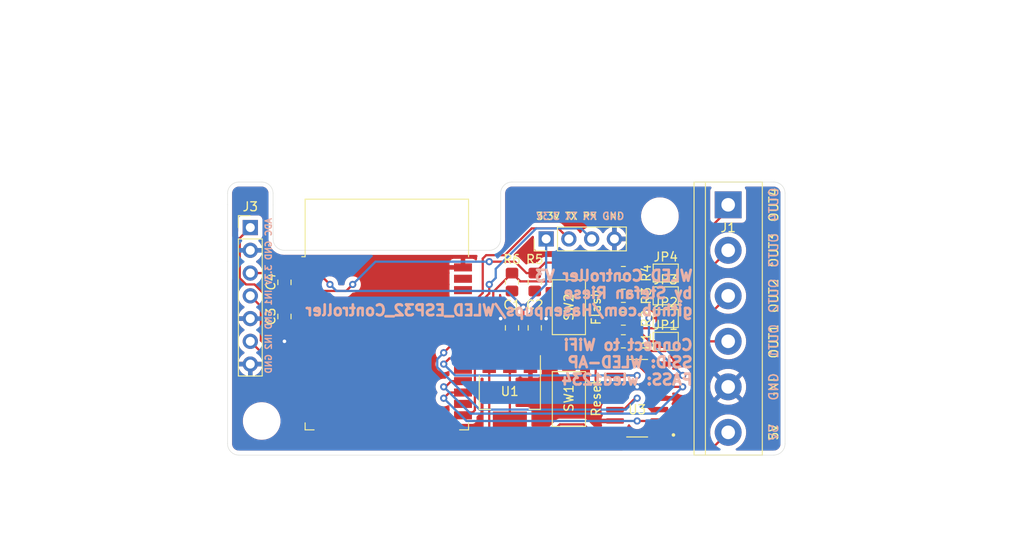
<source format=kicad_pcb>
(kicad_pcb (version 20211014) (generator pcbnew)
  (layers (0 "F.Cu" signal) (31 "B.Cu" signal) (34 "B.Paste" user) (35 "F.Paste" user) (36 "B.SilkS" user "B.Silkscreen") (37 "F.SilkS" user "F.Silkscreen") (38 "B.Mask" user) (39 "F.Mask" user) (44 "Edge.Cuts" user))
  (net 0 "")
  (net 1 "GND")
  (net 2 "+3.3V")
  (net 3 "TX0")
  (net 4 "RX0")
  (net 5 "+5V")
  (net 6 "OUT4")
  (net 7 "OUT3")
  (net 8 "OUT2")
  (net 9 "OUT1")
  (net 10 "Net-(J1-Pad4)")
  (net 11 "Net-(J1-Pad3)")
  (net 12 "DATA1")
  (net 13 "DATA2")
  (net 14 "DATA3")
  (net 15 "DATA4")
  (net 16 "Net-(R6-Pad2)")
  (net 17 "Net-(J1-Pad1)")
  (net 18 "Net-(J1-Pad2)")
  (net 19 "IN2")
  (net 20 "IN1")
  (net 21 "ADC1")
  (net 22 "Net-(R5-Pad2)")
  (footprint "MountingHole:MountingHole_3.2mm_M3_DIN965" (layer "F.Cu") (at 135.89 96.52)
    (fp_text reference "H2" hide)
    (fp_text value "MountingHole")
    (pad "" np_thru_hole circle locked (at 0 0) (size 3.2 3.2) (drill 3.2) (layers *.Cu *.Mask))
  )
  (footprint "MountingHole:MountingHole_3.2mm_M3_DIN965" (layer "F.Cu") (at 91.44 119.38)
    (fp_text reference "H1" hide)
    (fp_text value "MountingHole")
    (pad "" np_thru_hole circle locked (at 0 0) (size 3.2 3.2) (drill 3.2) (layers *.Cu *.Mask))
  )
  (footprint "Package_TO_SOT_SMD:SOT-223-3_TabPin2" (layer "F.Cu") (at 119.14 116.18 -90)
    (fp_text reference "U1" (at -0.102 0.014 180) (layer "F.SilkS"))
    (fp_text value "AMS1117-3.3")
    (fp_line (start 1.91 3.41) (end 1.91 2.15) (layer "F.SilkS") (width 0.12))
    (fp_line (start -1.85 3.41) (end 1.91 3.41) (layer "F.SilkS") (width 0.12))
    (fp_line (start 1.91 -3.41) (end 1.91 -2.15) (layer "F.SilkS") (width 0.12))
    (fp_line (start -4.1 -3.41) (end 1.91 -3.41) (layer "F.SilkS") (width 0.12))
    (pad "1" smd rect locked (at -3.15 -2.3 270) (size 2 1.5) (layers "F.Cu" "F.Paste" "F.Mask") (net 1 "GND"))
    (pad "2" smd rect locked (at 3.15 0 270) (size 2 3.8) (layers "F.Cu" "F.Paste" "F.Mask") (net 2 "+3.3V"))
    (pad "2" smd rect locked (at -3.15 0 270) (size 2 1.5) (layers "F.Cu" "F.Paste" "F.Mask") (net 2 "+3.3V"))
    (pad "3" smd rect locked (at -3.15 2.3 270) (size 2 1.5) (layers "F.Cu" "F.Paste" "F.Mask") (net 5 "+5V"))
  )
  (footprint "Capacitor_SMD:C_0805_2012Metric_Pad1.18x1.45mm_HandSolder" (layer "F.Cu") (at 121.92 108.9875 90)
    (fp_text reference "C2" (at 2.5615 0 180) (layer "F.SilkS"))
    (fp_text value "47µ")
    (fp_line (start -0.261252 -0.735) (end 0.261252 -0.735) (layer "F.SilkS") (width 0.12))
    (fp_line (start -0.261252 0.735) (end 0.261252 0.735) (layer "F.SilkS") (width 0.12))
    (pad "1" smd roundrect locked (at -1.0375 0 90) (size 1.175 1.45) (layers "F.Cu" "F.Paste" "F.Mask") (roundrect_rratio 0.2127659574) (net 2 "+3.3V"))
    (pad "2" smd roundrect locked (at 1.0375 0 90) (size 1.175 1.45) (layers "F.Cu" "F.Paste" "F.Mask") (roundrect_rratio 0.2127659574) (net 1 "GND"))
  )
  (footprint "Resistor_SMD:R_0805_2012Metric_Pad1.20x1.40mm_HandSolder" (layer "F.Cu") (at 121.92 103.87 90)
    (fp_text reference "R5" (at 2.524 0 180) (layer "F.SilkS"))
    (fp_text value "10K")
    (fp_line (start -0.227064 0.735) (end 0.227064 0.735) (layer "F.SilkS") (width 0.12))
    (fp_line (start -0.227064 -0.735) (end 0.227064 -0.735) (layer "F.SilkS") (width 0.12))
    (pad "1" smd roundrect locked (at -1 0 90) (size 1.2 1.4) (layers "F.Cu" "F.Paste" "F.Mask") (roundrect_rratio 0.2083325) (net 2 "+3.3V"))
    (pad "2" smd roundrect locked (at 1 0 90) (size 1.2 1.4) (layers "F.Cu" "F.Paste" "F.Mask") (roundrect_rratio 0.2083325) (net 22 "Net-(R5-Pad2)"))
  )
  (footprint "Capacitor_SMD:C_0805_2012Metric_Pad1.18x1.45mm_HandSolder" (layer "F.Cu") (at 93.98 107.7175 90)
    (fp_text reference "C3" (at 0 -1.524 90) (layer "F.SilkS"))
    (fp_text value "10µ")
    (fp_line (start -0.261252 -0.735) (end 0.261252 -0.735) (layer "F.SilkS") (width 0.12))
    (fp_line (start -0.261252 0.735) (end 0.261252 0.735) (layer "F.SilkS") (width 0.12))
    (pad "1" smd roundrect locked (at -1.0375 0 90) (size 1.175 1.45) (layers "F.Cu" "F.Paste" "F.Mask") (roundrect_rratio 0.2127659574) (net 1 "GND"))
    (pad "2" smd roundrect locked (at 1.0375 0 90) (size 1.175 1.45) (layers "F.Cu" "F.Paste" "F.Mask") (roundrect_rratio 0.2127659574) (net 2 "+3.3V"))
  )
  (footprint "Capacitor_SMD:C_0805_2012Metric_Pad1.18x1.45mm_HandSolder" (layer "F.Cu") (at 93.98 103.9075 -90)
    (fp_text reference "C4" (at -0.0215 1.524 90) (layer "F.SilkS") (effects (font (thickness 0.15) italic)))
    (fp_text value "100n")
    (fp_line (start -0.261252 0.735) (end 0.261252 0.735) (layer "F.SilkS") (width 0.12))
    (fp_line (start -0.261252 -0.735) (end 0.261252 -0.735) (layer "F.SilkS") (width 0.12))
    (pad "1" smd roundrect locked (at -1.0375 0 270) (size 1.175 1.45) (layers "F.Cu" "F.Paste" "F.Mask") (roundrect_rratio 0.2127659574) (net 1 "GND"))
    (pad "2" smd roundrect locked (at 1.0375 0 270) (size 1.175 1.45) (layers "F.Cu" "F.Paste" "F.Mask") (roundrect_rratio 0.2127659574) (net 2 "+3.3V"))
  )
  (footprint "Connector_PinHeader_2.54mm:PinHeader_1x04_P2.54mm_Vertical" (layer "F.Cu") (at 123.19 99.06 90)
    (fp_text reference "J2" hide)
    (fp_text value "Conn_01x04_Female")
    (fp_line (start 1.33 1.27) (end 1.33 8.95) (layer "F.SilkS") (width 0.12))
    (fp_line (start -1.33 8.95) (end 1.33 8.95) (layer "F.SilkS") (width 0.12))
    (fp_line (start -1.33 -1.33) (end 0 -1.33) (layer "F.SilkS") (width 0.12))
    (fp_line (start -1.33 0) (end -1.33 -1.33) (layer "F.SilkS") (width 0.12))
    (fp_line (start -1.33 1.27) (end -1.33 8.95) (layer "F.SilkS") (width 0.12))
    (fp_line (start -1.33 1.27) (end 1.33 1.27) (layer "F.SilkS") (width 0.12))
    (pad "1" thru_hole rect locked (at 0 0 90) (size 1.7 1.7) (drill 1) (layers *.Cu *.Mask) (net 2 "+3.3V"))
    (pad "2" thru_hole oval locked (at 0 2.54 90) (size 1.7 1.7) (drill 1) (layers *.Cu *.Mask) (net 3 "TX0"))
    (pad "3" thru_hole oval locked (at 0 5.08 90) (size 1.7 1.7) (drill 1) (layers *.Cu *.Mask) (net 4 "RX0"))
    (pad "4" thru_hole oval locked (at 0 7.62 90) (size 1.7 1.7) (drill 1) (layers *.Cu *.Mask) (net 1 "GND"))
  )
  (footprint "Button_Switch_SMD:SW_SPST_CK_RS282G05A3" (layer "F.Cu") (at 125.73 116.93 90)
    (fp_text reference "SW1" (at 0.09 0 90) (layer "F.SilkS"))
    (fp_text value "Reset" (at 0.09 3.04 270) (layer "F.SilkS"))
    (fp_line (start 3.06 1.85) (end -3.06 1.85) (layer "F.SilkS") (width 0.12))
    (fp_line (start -3.06 -1.85) (end 3.06 -1.85) (layer "F.SilkS") (width 0.12))
    (fp_line (start -3.06 1.85) (end -3.06 -1.85) (layer "F.SilkS") (width 0.12))
    (fp_line (start 3.06 -1.85) (end 3.06 1.85) (layer "F.SilkS") (width 0.12))
    (pad "1" smd rect locked (at -3.9 0 90) (size 1.5 1.5) (layers "F.Cu" "F.Paste" "F.Mask") (net 1 "GND"))
    (pad "2" smd rect locked (at 3.9 0 90) (size 1.5 1.5) (layers "F.Cu" "F.Paste" "F.Mask") (net 22 "Net-(R5-Pad2)"))
  )
  (footprint "WLED_ESP32:SOIC127P600X175-14N" (layer "F.Cu") (at 133.35 116.84 180)
    (fp_text reference "U3" (at 0 -1.27 180) (layer "F.SilkS"))
    (fp_text value "SN74AHCT125D")
    (fp_line (start -1.17 -4.325) (end 1.17 -4.325) (layer "F.SilkS") (width 0.127))
    (fp_line (start -1.17 4.325) (end 1.17 4.325) (layer "F.SilkS") (width 0.127))
    (fp_circle (center -4.05 -4.1) (end -3.95 -4.1) (layer "F.SilkS") (width 0.2) (fill none))
    (pad "1" smd roundrect locked (at -2.475 -3.81 180) (size 1.97 0.6) (layers "F.Cu" "F.Paste" "F.Mask") (roundrect_rratio 0.15) (net 1 "GND"))
    (pad "2" smd roundrect locked (at -2.475 -2.54 180) (size 1.97 0.6) (layers "F.Cu" "F.Paste" "F.Mask") (roundrect_rratio 0.15) (net 12 "DATA1"))
    (pad "3" smd roundrect locked (at -2.475 -1.27 180) (size 1.97 0.6) (layers "F.Cu" "F.Paste" "F.Mask") (roundrect_rratio 0.15) (net 9 "OUT1"))
    (pad "4" smd roundrect locked (at -2.475 0 180) (size 1.97 0.6) (layers "F.Cu" "F.Paste" "F.Mask") (roundrect_rratio 0.15) (net 1 "GND"))
    (pad "5" smd roundrect locked (at -2.475 1.27 180) (size 1.97 0.6) (layers "F.Cu" "F.Paste" "F.Mask") (roundrect_rratio 0.15) (net 13 "DATA2"))
    (pad "6" smd roundrect locked (at -2.475 2.54 180) (size 1.97 0.6) (layers "F.Cu" "F.Paste" "F.Mask") (roundrect_rratio 0.15) (net 8 "OUT2"))
    (pad "7" smd roundrect locked (at -2.475 3.81 180) (size 1.97 0.6) (layers "F.Cu" "F.Paste" "F.Mask") (roundrect_rratio 0.15) (net 1 "GND"))
    (pad "8" smd roundrect locked (at 2.475 3.81 180) (size 1.97 0.6) (layers "F.Cu" "F.Paste" "F.Mask") (roundrect_rratio 0.15) (net 7 "OUT3"))
    (pad "9" smd roundrect locked (at 2.475 2.54 180) (size 1.97 0.6) (layers "F.Cu" "F.Paste" "F.Mask") (roundrect_rratio 0.15) (net 14 "DATA3"))
    (pad "10" smd roundrect locked (at 2.475 1.27 180) (size 1.97 0.6) (layers "F.Cu" "F.Paste" "F.Mask") (roundrect_rratio 0.15) (net 1 "GND"))
    (pad "11" smd roundrect locked (at 2.475 0 180) (size 1.97 0.6) (layers "F.Cu" "F.Paste" "F.Mask") (roundrect_rratio 0.15) (net 6 "OUT4"))
    (pad "12" smd roundrect locked (at 2.475 -1.27 180) (size 1.97 0.6) (layers "F.Cu" "F.Paste" "F.Mask") (roundrect_rratio 0.15) (net 15 "DATA4"))
    (pad "13" smd roundrect locked (at 2.475 -2.54 180) (size 1.97 0.6) (layers "F.Cu" "F.Paste" "F.Mask") (roundrect_rratio 0.15) (net 1 "GND"))
    (pad "14" smd roundrect locked (at 2.475 -3.81 180) (size 1.97 0.6) (layers "F.Cu" "F.Paste" "F.Mask") (roundrect_rratio 0.15) (net 5 "+5V"))
  )
  (footprint "Jumper:SolderJumper-2_P1.3mm_Open_Pad1.0x1.5mm" (layer "F.Cu") (at 136.54 110.49)
    (fp_text reference "JP1" (at 0 -1.8) (layer "F.SilkS"))
    (fp_text value "SolderJumper_2_Open")
    (fp_line (start 1.4 1) (end -1.4 1) (layer "F.SilkS") (width 0.12))
    (fp_line (start -1.4 1) (end -1.4 -1) (layer "F.SilkS") (width 0.12))
    (fp_line (start -1.4 -1) (end 1.4 -1) (layer "F.SilkS") (width 0.12))
    (fp_line (start 1.4 -1) (end 1.4 1) (layer "F.SilkS") (width 0.12))
    (pad "1" smd rect (at -0.65 0) (size 1 1.5) (layers "F.Cu" "F.Mask") (net 9 "OUT1"))
    (pad "2" smd rect (at 0.65 0) (size 1 1.5) (layers "F.Cu" "F.Mask") (net 10 "Net-(J1-Pad4)"))
  )
  (footprint "Jumper:SolderJumper-2_P1.3mm_Open_Pad1.0x1.5mm" (layer "F.Cu") (at 136.54 107.95)
    (fp_text reference "JP2" (at 0 -1.8) (layer "F.SilkS"))
    (fp_text value "SolderJumper_2_Open")
    (fp_line (start -1.4 -1) (end 1.4 -1) (layer "F.SilkS") (width 0.12))
    (fp_line (start -1.4 1) (end -1.4 -1) (layer "F.SilkS") (width 0.12))
    (fp_line (start 1.4 -1) (end 1.4 1) (layer "F.SilkS") (width 0.12))
    (fp_line (start 1.4 1) (end -1.4 1) (layer "F.SilkS") (width 0.12))
    (pad "1" smd rect (at -0.65 0) (size 1 1.5) (layers "F.Cu" "F.Mask") (net 8 "OUT2"))
    (pad "2" smd rect (at 0.65 0) (size 1 1.5) (layers "F.Cu" "F.Mask") (net 11 "Net-(J1-Pad3)"))
  )
  (footprint "Resistor_SMD:R_0805_2012Metric_Pad1.20x1.40mm_HandSolder" (layer "F.Cu") (at 131.81 110.49)
    (fp_text reference "R1" (at 2.56 0 90) (layer "F.SilkS"))
    (fp_text value "330")
    (fp_line (start -0.227064 0.735) (end 0.227064 0.735) (layer "F.SilkS") (width 0.12))
    (fp_line (start -0.227064 -0.735) (end 0.227064 -0.735) (layer "F.SilkS") (width 0.12))
    (pad "1" smd roundrect locked (at -1 0) (size 1.2 1.4) (layers "F.Cu" "F.Paste" "F.Mask") (roundrect_rratio 0.2083325) (net 9 "OUT1"))
    (pad "2" smd roundrect locked (at 1 0) (size 1.2 1.4) (layers "F.Cu" "F.Paste" "F.Mask") (roundrect_rratio 0.2083325) (net 10 "Net-(J1-Pad4)"))
  )
  (footprint "Resistor_SMD:R_0805_2012Metric_Pad1.20x1.40mm_HandSolder" (layer "F.Cu") (at 131.81 107.95)
    (fp_text reference "R2" (at 2.56 0 90) (layer "F.SilkS"))
    (fp_text value "330")
    (fp_line (start -0.227064 0.735) (end 0.227064 0.735) (layer "F.SilkS") (width 0.12))
    (fp_line (start -0.227064 -0.735) (end 0.227064 -0.735) (layer "F.SilkS") (width 0.12))
    (pad "1" smd roundrect locked (at -1 0) (size 1.2 1.4) (layers "F.Cu" "F.Paste" "F.Mask") (roundrect_rratio 0.2083325) (net 8 "OUT2"))
    (pad "2" smd roundrect locked (at 1 0) (size 1.2 1.4) (layers "F.Cu" "F.Paste" "F.Mask") (roundrect_rratio 0.2083325) (net 11 "Net-(J1-Pad3)"))
  )
  (footprint "Resistor_SMD:R_0805_2012Metric_Pad1.20x1.40mm_HandSolder" (layer "F.Cu") (at 131.81 105.41)
    (fp_text reference "R3" (at 2.56 0 90) (layer "F.SilkS"))
    (fp_text value "330")
    (fp_line (start -0.227064 -0.735) (end 0.227064 -0.735) (layer "F.SilkS") (width 0.12))
    (fp_line (start -0.227064 0.735) (end 0.227064 0.735) (layer "F.SilkS") (width 0.12))
    (pad "1" smd roundrect locked (at -1 0) (size 1.2 1.4) (layers "F.Cu" "F.Paste" "F.Mask") (roundrect_rratio 0.2083325) (net 7 "OUT3"))
    (pad "2" smd roundrect locked (at 1 0) (size 1.2 1.4) (layers "F.Cu" "F.Paste" "F.Mask") (roundrect_rratio 0.2083325) (net 18 "Net-(J1-Pad2)"))
  )
  (footprint "Resistor_SMD:R_0805_2012Metric_Pad1.20x1.40mm_HandSolder" (layer "F.Cu") (at 131.81 102.87)
    (fp_text reference "R4" (at 2.56 0 90) (layer "F.SilkS"))
    (fp_text value "330")
    (fp_line (start -0.227064 -0.735) (end 0.227064 -0.735) (layer "F.SilkS") (width 0.12))
    (fp_line (start -0.227064 0.735) (end 0.227064 0.735) (layer "F.SilkS") (width 0.12))
    (pad "1" smd roundrect locked (at -1 0) (size 1.2 1.4) (layers "F.Cu" "F.Paste" "F.Mask") (roundrect_rratio 0.2083325) (net 6 "OUT4"))
    (pad "2" smd roundrect locked (at 1 0) (size 1.2 1.4) (layers "F.Cu" "F.Paste" "F.Mask") (roundrect_rratio 0.2083325) (net 17 "Net-(J1-Pad1)"))
  )
  (footprint "Jumper:SolderJumper-2_P1.3mm_Open_Pad1.0x1.5mm" (layer "F.Cu") (at 136.54 105.41)
    (fp_text reference "JP3" (at 0 -1.8) (layer "F.SilkS"))
    (fp_text value "SolderJumper_2_Open")
    (fp_line (start -1.4 1) (end -1.4 -1) (layer "F.SilkS") (width 0.12))
    (fp_line (start -1.4 -1) (end 1.4 -1) (layer "F.SilkS") (width 0.12))
    (fp_line (start 1.4 1) (end -1.4 1) (layer "F.SilkS") (width 0.12))
    (fp_line (start 1.4 -1) (end 1.4 1) (layer "F.SilkS") (width 0.12))
    (pad "1" smd rect (at -0.65 0) (size 1 1.5) (layers "F.Cu" "F.Mask") (net 7 "OUT3"))
    (pad "2" smd rect (at 0.65 0) (size 1 1.5) (layers "F.Cu" "F.Mask") (net 18 "Net-(J1-Pad2)"))
  )
  (footprint "Jumper:SolderJumper-2_P1.3mm_Open_Pad1.0x1.5mm" (layer "F.Cu") (at 136.54 102.87)
    (fp_text reference "JP4" (at 0 -1.8) (layer "F.SilkS"))
    (fp_text value "SolderJumper_2_Open")
    (fp_line (start -1.4 -1) (end 1.4 -1) (layer "F.SilkS") (width 0.12))
    (fp_line (start 1.4 1) (end -1.4 1) (layer "F.SilkS") (width 0.12))
    (fp_line (start 1.4 -1) (end 1.4 1) (layer "F.SilkS") (width 0.12))
    (fp_line (start -1.4 1) (end -1.4 -1) (layer "F.SilkS") (width 0.12))
    (pad "1" smd rect (at -0.65 0) (size 1 1.5) (layers "F.Cu" "F.Mask") (net 6 "OUT4"))
    (pad "2" smd rect (at 0.65 0) (size 1 1.5) (layers "F.Cu" "F.Mask") (net 17 "Net-(J1-Pad1)"))
  )
  (footprint "Resistor_SMD:R_0805_2012Metric_Pad1.20x1.40mm_HandSolder" (layer "F.Cu") (at 119.38 103.87 90)
    (fp_text reference "R6" (at 2.524 0 180) (layer "F.SilkS"))
    (fp_text value "10K")
    (fp_line (start -0.227064 -0.735) (end 0.227064 -0.735) (layer "F.SilkS") (width 0.12))
    (fp_line (start -0.227064 0.735) (end 0.227064 0.735) (layer "F.SilkS") (width 0.12))
    (pad "1" smd roundrect locked (at -1 0 90) (size 1.2 1.4) (layers "F.Cu" "F.Paste" "F.Mask") (roundrect_rratio 0.2083325) (net 2 "+3.3V"))
    (pad "2" smd roundrect locked (at 1 0 90) (size 1.2 1.4) (layers "F.Cu" "F.Paste" "F.Mask") (roundrect_rratio 0.2083325) (net 16 "Net-(R6-Pad2)"))
  )
  (footprint "Capacitor_SMD:C_0805_2012Metric_Pad1.18x1.45mm_HandSolder" (layer "F.Cu") (at 119.38 108.9875 90)
    (fp_text reference "C1" (at 2.5615 0 180) (layer "F.SilkS"))
    (fp_text value "10µ")
    (fp_line (start -0.261252 0.735) (end 0.261252 0.735) (layer "F.SilkS") (width 0.12))
    (fp_line (start -0.261252 -0.735) (end 0.261252 -0.735) (layer "F.SilkS") (width 0.12))
    (pad "1" smd roundrect locked (at -1.0375 0 90) (size 1.175 1.45) (layers "F.Cu" "F.Paste" "F.Mask") (roundrect_rratio 0.2127659574) (net 5 "+5V"))
    (pad "2" smd roundrect locked (at 1.0375 0 90) (size 1.175 1.45) (layers "F.Cu" "F.Paste" "F.Mask") (roundrect_rratio 0.2127659574) (net 1 "GND"))
  )
  (footprint "Button_Switch_SMD:SW_SPST_CK_RS282G05A3" (layer "F.Cu") (at 125.73 106.68 90)
    (fp_text reference "SW2" (at 0 0 90) (layer "F.SilkS"))
    (fp_text value "Flash" (at 0 3.04 270) (layer "F.SilkS"))
    (fp_line (start 3.06 -1.85) (end 3.06 1.85) (layer "F.SilkS") (width 0.12))
    (fp_line (start 3.06 1.85) (end -3.06 1.85) (layer "F.SilkS") (width 0.12))
    (fp_line (start -3.06 -1.85) (end 3.06 -1.85) (layer "F.SilkS") (width 0.12))
    (fp_line (start -3.06 1.85) (end -3.06 -1.85) (layer "F.SilkS") (width 0.12))
    (pad "1" smd rect locked (at -3.9 0 90) (size 1.5 1.5) (layers "F.Cu" "F.Paste" "F.Mask") (net 1 "GND"))
    (pad "2" smd rect locked (at 3.9 0 90) (size 1.5 1.5) (layers "F.Cu" "F.Paste" "F.Mask") (net 16 "Net-(R6-Pad2)"))
  )
  (footprint "Connector_PinHeader_2.54mm:PinHeader_1x07_P2.54mm_Vertical" (layer "F.Cu") (at 90.17 97.79)
    (fp_text reference "J3" (at 0 -2.33) (layer "F.SilkS"))
    (fp_text value "Conn_01x07_Female")
    (fp_line (start 1.33 1.27) (end 1.33 16.57) (layer "F.SilkS") (width 0.12))
    (fp_line (start -1.33 1.27) (end 1.33 1.27) (layer "F.SilkS") (width 0.12))
    (fp_line (start -1.33 16.57) (end 1.33 16.57) (layer "F.SilkS") (width 0.12))
    (fp_line (start -1.33 0) (end -1.33 -1.33) (layer "F.SilkS") (width 0.12))
    (fp_line (start -1.33 1.27) (end -1.33 16.57) (layer "F.SilkS") (width 0.12))
    (fp_line (start -1.33 -1.33) (end 0 -1.33) (layer "F.SilkS") (width 0.12))
    (pad "1" thru_hole rect locked (at 0 0) (size 1.7 1.7) (drill 1) (layers *.Cu *.Mask) (net 21 "ADC1"))
    (pad "2" thru_hole oval locked (at 0 2.54) (size 1.7 1.7) (drill 1) (layers *.Cu *.Mask) (net 1 "GND"))
    (pad "3" thru_hole oval locked (at 0 5.08) (size 1.7 1.7) (drill 1) (layers *.Cu *.Mask) (net 2 "+3.3V"))
    (pad "4" thru_hole oval locked (at 0 7.62) (size 1.7 1.7) (drill 1) (layers *.Cu *.Mask) (net 20 "IN1"))
    (pad "5" thru_hole oval locked (at 0 10.16) (size 1.7 1.7) (drill 1) (layers *.Cu *.Mask) (net 1 "GND"))
    (pad "6" thru_hole oval locked (at 0 12.7) (size 1.7 1.7) (drill 1) (layers *.Cu *.Mask) (net 19 "IN2"))
    (pad "7" thru_hole oval locked (at 0 15.24) (size 1.7 1.7) (drill 1) (layers *.Cu *.Mask) (net 1 "GND"))
  )
  (footprint "RF_Module:ESP32-WROOM-32" (layer "F.Cu") (at 105.41 110.49)
    (fp_text reference "U2" hide)
    (fp_text value "ESP32-WROOM-32")
    (fp_line (start -9.12 -15.865) (end -9.12 -9.445) (layer "F.SilkS") (width 0.12))
    (fp_line (start -9.12 9.88) (end -8.12 9.88) (layer "F.SilkS") (width 0.12))
    (fp_line (start -9.12 9.1) (end -9.12 9.88) (layer "F.SilkS") (width 0.12))
    (fp_line (start -9.12 -9.445) (end -9.5 -9.445) (layer "F.SilkS") (width 0.12))
    (fp_line (start 9.12 9.1) (end 9.12 9.88) (layer "F.SilkS") (width 0.12))
    (fp_line (start -9.12 -15.865) (end 9.12 -15.865) (layer "F.SilkS") (width 0.12))
    (fp_line (start 9.12 -15.865) (end 9.12 -9.445) (layer "F.SilkS") (width 0.12))
    (fp_line (start 9.12 9.88) (end 8.12 9.88) (layer "F.SilkS") (width 0.12))
    (pad "1" smd rect locked (at -8.5 -8.255) (size 2 0.9) (layers "F.Cu" "F.Paste" "F.Mask") (net 1 "GND"))
    (pad "2" smd rect locked (at -8.5 -6.985) (size 2 0.9) (layers "F.Cu" "F.Paste" "F.Mask") (net 2 "+3.3V"))
    (pad "3" smd rect locked (at -8.5 -5.715) (size 2 0.9) (layers "F.Cu" "F.Paste" "F.Mask") (net 22 "Net-(R5-Pad2)"))
    (pad "4" smd rect locked (at -8.5 -4.445) (size 2 0.9) (layers "F.Cu" "F.Paste" "F.Mask") (net 21 "ADC1"))
    (pad "5" smd rect locked (at -8.5 -3.175) (size 2 0.9) (layers "F.Cu" "F.Paste" "F.Mask"))
    (pad "6" smd rect locked (at -8.5 -1.905) (size 2 0.9) (layers "F.Cu" "F.Paste" "F.Mask"))
    (pad "7" smd rect locked (at -8.5 -0.635) (size 2 0.9) (layers "F.Cu" "F.Paste" "F.Mask"))
    (pad "8" smd rect locked (at -8.5 0.635) (size 2 0.9) (layers "F.Cu" "F.Paste" "F.Mask"))
    (pad "9" smd rect locked (at -8.5 1.905) (size 2 0.9) (layers "F.Cu" "F.Paste" "F.Mask"))
    (pad "10" smd rect locked (at -8.5 3.175) (size 2 0.9) (layers "F.Cu" "F.Paste" "F.Mask"))
    (pad "11" smd rect locked (at -8.5 4.445) (size 2 0.9) (layers "F.Cu" "F.Paste" "F.Mask") (net 20 "IN1"))
    (pad "12" smd rect locked (at -8.5 5.715) (size 2 0.9) (layers "F.Cu" "F.Paste" "F.Mask") (net 19 "IN2"))
    (pad "13" smd rect locked (at -8.5 6.985) (size 2 0.9) (layers "F.Cu" "F.Paste" "F.Mask"))
    (pad "14" smd rect locked (at -8.5 8.255) (size 2 0.9) (layers "F.Cu" "F.Paste" "F.Mask"))
    (pad "15" smd rect locked (at -5.715 9.255 90) (size 2 0.9) (layers "F.Cu" "F.Paste" "F.Mask") (net 1 "GND"))
    (pad "16" smd rect locked (at -4.445 9.255 90) (size 2 0.9) (layers "F.Cu" "F.Paste" "F.Mask"))
    (pad "17" smd rect locked (at -3.175 9.255 90) (size 2 0.9) (layers "F.Cu" "F.Paste" "F.Mask"))
    (pad "18" smd rect locked (at -1.905 9.255 90) (size 2 0.9) (layers "F.Cu" "F.Paste" "F.Mask"))
    (pad "19" smd rect locked (at -0.635 9.255 90) (size 2 0.9) (layers "F.Cu" "F.Paste" "F.Mask"))
    (pad "20" smd rect locked (at 0.635 9.255 90) (size 2 0.9) (layers "F.Cu" "F.Paste" "F.Mask"))
    (pad "21" smd rect locked (at 1.905 9.255 90) (size 2 0.9) (layers "F.Cu" "F.Paste" "F.Mask"))
    (pad "22" smd rect locked (at 3.175 9.255 90) (size 2 0.9) (layers "F.Cu" "F.Paste" "F.Mask"))
    (pad "23" smd rect locked (at 4.445 9.255 90) (size 2 0.9) (layers "F.Cu" "F.Paste" "F.Mask"))
    (pad "24" smd rect locked (at 5.715 9.255 90) (size 2 0.9) (layers "F.Cu" "F.Paste" "F.Mask"))
    (pad "25" smd rect locked (at 8.5 8.255) (size 2 0.9) (layers "F.Cu" "F.Paste" "F.Mask") (net 16 "Net-(R6-Pad2)"))
    (pad "26" smd rect locked (at 8.5 6.985) (size 2 0.9) (layers "F.Cu" "F.Paste" "F.Mask"))
    (pad "27" smd rect locked (at 8.5 5.715) (size 2 0.9) (layers "F.Cu" "F.Paste" "F.Mask") (net 12 "DATA1"))
    (pad "28" smd rect locked (at 8.5 4.445) (size 2 0.9) (layers "F.Cu" "F.Paste" "F.Mask") (net 13 "DATA2"))
    (pad "29" smd rect locked (at 8.5 3.175) (size 2 0.9) (layers "F.Cu" "F.Paste" "F.Mask"))
    (pad "30" smd rect locked (at 8.5 1.905) (size 2 0.9) (layers "F.Cu" "F.Paste" "F.Mask") (net 14 "DATA3"))
    (pad "31" smd rect locked (at 8.5 0.635) (size 2 0.9) (layers "F.Cu" "F.Paste" "F.Mask") (net 15 "DATA4"))
    (pad "32" smd rect locked (at 8.5 -0.635) (size 2 0.9) (layers "F.Cu" "F.Paste" "F.Mask"))
    (pad "33" smd rect locked (at 8.5 -1.905) (size 2 0.9) (layers "F.Cu" "F.Paste" "F.Mask"))
    (pad "34" smd rect locked (at 8.5 -3.175) (size 2 0.9) (layers "F.Cu" "F.Paste" "F.Mask") (net 4 "RX0"))
    (pad "35" smd rect locked (at 8.5 -4.445) (size 2 0.9) (layers "F.Cu" "F.Paste" "F.Mask") (net 3 "TX0"))
    (pad "36" smd rect locked (at 8.5 -5.715) (size 2 0.9) (layers "F.Cu" "F.Paste" "F.Mask"))
    (pad "37" smd rect locked (at 8.5 -6.985) (size 2 0.9) (layers "F.Cu" "F.Paste" "F.Mask"))
    (pad "38" smd rect locked (at 8.5 -8.255) (size 2 0.9) (layers "F.Cu" "F.Paste" "F.Mask") (net 1 "GND"))
    (pad "39" smd rect locked (at -1 -0.755) (size 5 5) (layers "F.Cu" "F.Paste" "F.Mask") (net 1 "GND"))
  )
  (footprint "TerminalBlock:TerminalBlock_bornier-6_P5.08mm" (layer "F.Cu") (at 143.51 95.25 -90)
    (fp_text reference "J1" (at 2.54 0 180) (layer "F.SilkS"))
    (fp_text value "Conn_01x06_Female")
    (fp_line (start -2.54 3.81) (end 27.94 3.81) (layer "F.SilkS") (width 0.12))
    (fp_line (start -2.54 -3.81) (end 27.94 -3.81) (layer "F.SilkS") (width 0.12))
    (fp_line (start -2.54 -3.81) (end -2.54 3.81) (layer "F.SilkS") (width 0.12))
    (fp_line (start 27.94 3.81) (end 27.94 -3.81) (layer "F.SilkS") (width 0.12))
    (fp_line (start -2.54 2.54) (end 27.94 2.54) (layer "F.SilkS") (width 0.12))
    (pad "1" thru_hole rect locked (at 0 0 270) (size 3 3) (drill 1.52) (layers *.Cu *.Mask) (net 17 "Net-(J1-Pad1)"))
    (pad "2" thru_hole circle locked (at 5.08 0 270) (size 3 3) (drill 1.52) (layers *.Cu *.Mask) (net 18 "Net-(J1-Pad2)"))
    (pad "3" thru_hole circle locked (at 10.16 0 270) (size 3 3) (drill 1.52) (layers *.Cu *.Mask) (net 11 "Net-(J1-Pad3)"))
    (pad "4" thru_hole circle locked (at 15.24 0 270) (size 3 3) (drill 1.52) (layers *.Cu *.Mask) (net 10 "Net-(J1-Pad4)"))
    (pad "5" thru_hole circle locked (at 20.32 0 270) (size 3 3) (drill 1.52) (layers *.Cu *.Mask) (net 1 "GND"))
    (pad "6" thru_hole circle locked (at 25.4 0 270) (size 3 3) (drill 1.52) (layers *.Cu *.Mask) (net 5 "+5V"))
  )
  (gr_line (start 147.32 123.19) (end 148.59 123.19) (layer "Edge.Cuts") (width 0.05))
  (gr_line (start 149.86 93.98) (end 149.86 121.92) (layer "Edge.Cuts") (width 0.05))
  (gr_line (start 118.11 99.06) (end 118.11 93.98) (layer "Edge.Cuts") (width 0.05))
  (gr_line (start 87.63 95.25) (end 87.63 101.6) (layer "Edge.Cuts") (width 0.05))
  (gr_line (start 92.71 95.25) (end 92.71 99.06) (layer "Edge.Cuts") (width 0.05))
  (gr_line (start 88.9 92.71) (end 91.44 92.71) (layer "Edge.Cuts") (width 0.05))
  (gr_line (start 93.98 100.33) (end 116.84 100.33) (layer "Edge.Cuts") (width 0.05))
  (gr_line (start 119.38 92.71) (end 148.59 92.71) (layer "Edge.Cuts") (width 0.05))
  (gr_line (start 87.63 101.6) (end 87.63 121.92) (layer "Edge.Cuts") (width 0.05))
  (gr_line (start 87.63 93.98) (end 87.63 95.25) (layer "Edge.Cuts") (width 0.05))
  (gr_line (start 92.71 95.25) (end 92.71 93.98) (layer "Edge.Cuts") (width 0.05))
  (gr_arc (start 118.11 99.06) (mid 117.738026 99.958026) (end 116.84 100.33) (layer "Edge.Cuts") (width 0.05))
  (gr_arc (start 91.44 92.71) (mid 92.338026 93.081974) (end 92.71 93.98) (layer "Edge.Cuts") (width 0.05))
  (gr_line (start 88.9 123.19) (end 147.32 123.19) (layer "Edge.Cuts") (width 0.05))
  (gr_arc (start 93.98 100.33) (mid 93.081974 99.958026) (end 92.71 99.06) (layer "Edge.Cuts") (width 0.05))
  (gr_arc (start 87.63 93.98) (mid 88.001974 93.081974) (end 88.9 92.71) (layer "Edge.Cuts") (width 0.05))
  (gr_arc (start 148.59 92.71) (mid 149.488026 93.081974) (end 149.86 93.98) (layer "Edge.Cuts") (width 0.05))
  (gr_arc (start 88.9 123.19) (mid 88.001974 122.818026) (end 87.63 121.92) (layer "Edge.Cuts") (width 0.05))
  (gr_arc (start 149.86 121.92) (mid 149.488026 122.818026) (end 148.59 123.19) (layer "Edge.Cuts") (width 0.05))
  (gr_arc (start 118.11 93.98) (mid 118.481974 93.081974) (end 119.38 92.71) (layer "Edge.Cuts") (width 0.05))
  (gr_text "GND RX TX 3.3V" (at 127 96.52) (layer "B.SilkS") (effects (font (size 0.8 0.8)) (justify mirror)))
  (gr_text "GND" (at 148.59 115.57 90) (layer "B.SilkS") (effects (font (size 1 1)) (justify mirror)))
  (gr_text "OUT4" (at 148.59 95.25 90) (layer "B.SilkS") (effects (font (size 1 1)) (justify mirror)))
  (gr_text "OUT2" (at 148.59 105.41 90) (layer "B.SilkS") (effects (font (size 1 1)) (justify mirror)))
  (gr_text "OUT1" (at 148.59 110.49 90) (layer "B.SilkS") (effects (font (size 1 1)) (justify mirror)))
  (gr_text "5V" (at 148.59 120.65 90) (layer "B.SilkS") (effects (font (size 1 1)) (justify mirror)))
  (gr_text "OUT3" (at 148.59 100.33 90) (layer "B.SilkS") (effects (font (size 1 1)) (justify mirror)))
  (gr_text "WLED Controller V3\nby Stefan Riese\ngithub.com/Hasenpups/WLED_ESP32_Controller\n\nConnect to WiFi\nSSID: WLED-AP\nPASS: wled1234" (at 139.7 108.966) (layer "B.SilkS") (effects (font (size 1.2 1.2) (thickness 0.3)) (justify left mirror)))
  (gr_text "ADC GND 3.3V IN1 GND IN2 GND" (at 92.202 105.41 90) (layer "B.SilkS") (effects (font (size 0.7 0.7)) (justify mirror)))
  (gr_text "3.3V TX RX GND" (at 127 96.52) (layer "F.SilkS") (effects (font (size 0.8 0.8))))
  (gr_text "GND" (at 148.59 115.57 90) (layer "F.SilkS") (effects (font (size 1 1))))
  (gr_text "OUT3" (at 148.59 100.33 90) (layer "F.SilkS") (effects (font (size 1 1))))
  (gr_text "OUT4" (at 148.59 95.25 90) (layer "F.SilkS") (effects (font (size 1 1))))
  (gr_text "5V" (at 148.59 120.65 90) (layer "F.SilkS") (effects (font (size 1 1))))
  (gr_text "OUT2" (at 148.59 105.41 90) (layer "F.SilkS") (effects (font (size 1 1))))
  (gr_text "OUT1" (at 148.59 110.49 90) (layer "F.SilkS") (effects (font (size 1 1))))
  (via (at 93.98 110.49) (size 0.8) (drill 0.4) (layers "F.Cu" "B.Cu") (net 1))
  (via (at 118.11 107.95) (size 0.8) (drill 0.4) (layers "F.Cu" "B.Cu") (net 1))
  (via (at 133.35 115.57) (size 0.8) (drill 0.4) (layers "F.Cu" "B.Cu") (net 1))
  (via (at 123.19 107.95) (size 0.8) (drill 0.4) (layers "F.Cu" "B.Cu") (net 1))
  (segment (start 121.92 110.025) (end 121.92 110.25) (width 0.25) (layer "F.Cu") (net 2))
  (segment (start 93.98 104.945) (end 95.42 103.505) (width 0.25) (layer "F.Cu") (net 2))
  (segment (start 119.14 113.03) (end 119.14 119.33) (width 0.25) (layer "F.Cu") (net 2))
  (segment (start 121.92 110.25) (end 119.14 113.03) (width 0.25) (layer "F.Cu") (net 2))
  (segment (start 99.06 104.14) (end 98.425 103.505) (width 0.25) (layer "F.Cu") (net 2))
  (segment (start 121.92 105.41) (end 120.65 106.68) (width 0.25) (layer "F.Cu") (net 2))
  (segment (start 90.17 102.87) (end 91.905 102.87) (width 0.25) (layer "F.Cu") (net 2))
  (segment (start 120.65 108.30569) (end 121.92 109.57569) (width 0.25) (layer "F.Cu") (net 2))
  (segment (start 95.42 103.505) (end 96.91 103.505) (width 0.25) (layer "F.Cu") (net 2))
  (segment (start 121.92 109.57569) (end 121.92 110.025) (width 0.25) (layer "F.Cu") (net 2))
  (segment (start 93.98 104.945) (end 93.98 106.68) (width 0.25) (layer "F.Cu") (net 2))
  (segment (start 98.425 103.505) (end 96.91 103.505) (width 0.25) (layer "F.Cu") (net 2))
  (segment (start 121.92 104.87) (end 121.92 105.41) (width 0.25) (layer "F.Cu") (net 2))
  (segment (start 120.65 106.68) (end 120.65 108.30569) (width 0.25) (layer "F.Cu") (net 2))
  (segment (start 119.38 104.87) (end 119.38 105.41) (width 0.25) (layer "F.Cu") (net 2))
  (segment (start 91.905 102.87) (end 93.98 104.945) (width 0.25) (layer "F.Cu") (net 2))
  (segment (start 119.38 105.41) (end 120.65 106.68) (width 0.25) (layer "F.Cu") (net 2))
  (via (at 120.65 106.68) (size 0.8) (drill 0.4) (layers "F.Cu" "B.Cu") (net 2))
  (via (at 99.06 104.14) (size 0.8) (drill 0.4) (layers "F.Cu" "B.Cu") (net 2))
  (segment (start 123.19 104.14) (end 120.65 106.68) (width 0.25) (layer "B.Cu") (net 2))
  (segment (start 99.785001 104.865001) (end 118.835001 104.865001) (width 0.25) (layer "B.Cu") (net 2))
  (segment (start 99.06 104.14) (end 99.785001 104.865001) (width 0.25) (layer "B.Cu") (net 2))
  (segment (start 123.19 99.06) (end 123.19 104.14) (width 0.25) (layer "B.Cu") (net 2))
  (segment (start 118.835001 104.865001) (end 120.65 106.68) (width 0.25) (layer "B.Cu") (net 2))
  (segment (start 116.114999 105.090001) (end 115.16 106.045) (width 0.25) (layer "F.Cu") (net 3))
  (segment (start 125.73 99.06) (end 124.554999 97.884999) (width 0.25) (layer "F.Cu") (net 3))
  (segment (start 115.16 106.045) (end 113.91 106.045) (width 0.25) (layer "F.Cu") (net 3))
  (segment (start 121.581152 97.884999) (end 118.591152 100.874999) (width 0.25) (layer "F.Cu") (net 3))
  (segment (start 116.114999 101.251999) (end 116.114999 105.090001) (width 0.25) (layer "F.Cu") (net 3))
  (segment (start 118.591152 100.874999) (end 116.491999 100.874999) (width 0.25) (layer "F.Cu") (net 3))
  (segment (start 116.491999 100.874999) (end 116.114999 101.251999) (width 0.25) (layer "F.Cu") (net 3))
  (segment (start 124.554999 97.884999) (end 121.581152 97.884999) (width 0.25) (layer "F.Cu") (net 3))
  (segment (start 114.675002 107.315) (end 113.91 107.315) (width 0.25) (layer "F.Cu") (net 4))
  (segment (start 116.84 105.150002) (end 114.675002 107.315) (width 0.25) (layer "F.Cu") (net 4))
  (segment (start 116.84 104.14) (end 116.84 105.150002) (width 0.25) (layer "F.Cu") (net 4))
  (via (at 116.84 104.14) (size 0.8) (drill 0.4) (layers "F.Cu" "B.Cu") (net 4))
  (segment (start 128.27 99.06) (end 127.094999 97.884999) (width 0.25) (layer "B.Cu") (net 4))
  (segment (start 117.565001 103.414999) (end 116.84 104.14) (width 0.25) (layer "B.Cu") (net 4))
  (segment (start 127.094999 97.884999) (end 122.079999 97.884999) (width 0.25) (layer "B.Cu") (net 4))
  (segment (start 122.079999 97.884999) (end 117.565001 102.399997) (width 0.25) (layer "B.Cu") (net 4))
  (segment (start 117.565001 102.399997) (end 117.565001 103.414999) (width 0.25) (layer "B.Cu") (net 4))
  (segment (start 116.84 113.03) (end 116.84 112.565) (width 0.25) (layer "F.Cu") (net 5))
  (segment (start 124.719999 119.754999) (end 127.374999 119.754999) (width 0.25) (layer "F.Cu") (net 5))
  (segment (start 116.979999 120.655001) (end 123.819997 120.655001) (width 0.25) (layer "F.Cu") (net 5))
  (segment (start 123.819997 120.655001) (end 124.719999 119.754999) (width 0.25) (layer "F.Cu") (net 5))
  (segment (start 127.374999 119.754999) (end 128.27 120.65) (width 0.25) (layer "F.Cu") (net 5))
  (segment (start 128.27 120.65) (end 130.875 120.65) (width 0.25) (layer "F.Cu") (net 5))
  (segment (start 142.010001 122.149999) (end 143.51 120.65) (width 0.25) (layer "F.Cu") (net 5))
  (segment (start 130.875 120.65) (end 132.374999 122.149999) (width 0.25) (layer "F.Cu") (net 5))
  (segment (start 116.84 112.565) (end 119.38 110.025) (width 0.25) (layer "F.Cu") (net 5))
  (segment (start 132.374999 122.149999) (end 142.010001 122.149999) (width 0.25) (layer "F.Cu") (net 5))
  (segment (start 116.84 120.515002) (end 116.979999 120.655001) (width 0.25) (layer "F.Cu") (net 5))
  (segment (start 116.84 113.03) (end 116.84 120.515002) (width 0.25) (layer "F.Cu") (net 5))
  (segment (start 129.89 116.84) (end 130.875 116.84) (width 0.25) (layer "F.Cu") (net 6))
  (segment (start 131.83501 101.84499) (end 133.59499 101.84499) (width 0.25) (layer "F.Cu") (net 6))
  (segment (start 133.59499 101.84499) (end 134.62 102.87) (width 0.25) (layer "F.Cu") (net 6))
  (segment (start 134.62 102.87) (end 135.89 102.87) (width 0.25) (layer "F.Cu") (net 6))
  (segment (start 128.72001 104.95999) (end 128.72001 115.67001) (width 0.25) (layer "F.Cu") (net 6))
  (segment (start 128.72001 115.67001) (end 129.89 116.84) (width 0.25) (layer "F.Cu") (net 6))
  (segment (start 130.81 102.87) (end 128.72001 104.95999) (width 0.25) (layer "F.Cu") (net 6))
  (segment (start 130.81 102.87) (end 131.83501 101.84499) (width 0.25) (layer "F.Cu") (net 6))
  (segment (start 134.71359 105.41) (end 135.89 105.41) (width 0.25) (layer "F.Cu") (net 7))
  (segment (start 133.68858 104.38499) (end 134.71359 105.41) (width 0.25) (layer "F.Cu") (net 7))
  (segment (start 129.605 106.615) (end 130.81 105.41) (width 0.25) (layer "F.Cu") (net 7))
  (segment (start 130.81 105.41) (end 131.83501 104.38499) (width 0.25) (layer "F.Cu") (net 7))
  (segment (start 130.875 113.03) (end 129.605 111.76) (width 0.25) (layer "F.Cu") (net 7))
  (segment (start 129.605 111.76) (end 129.605 106.615) (width 0.25) (layer "F.Cu") (net 7))
  (segment (start 131.83501 104.38499) (end 133.68858 104.38499) (width 0.25) (layer "F.Cu") (net 7))
  (segment (start 130.81 107.95) (end 131.83501 106.92499) (width 0.25) (layer "F.Cu") (net 8))
  (segment (start 133.68858 106.92499) (end 133.69861 106.93502) (width 0.25) (layer "F.Cu") (net 8))
  (segment (start 131.83501 106.92499) (end 133.68858 106.92499) (width 0.25) (layer "F.Cu") (net 8))
  (segment (start 134.666795 107.903205) (end 135.843205 107.903205) (width 0.25) (layer "F.Cu") (net 8))
  (segment (start 133.69861 106.93502) (end 134.87502 106.93502) (width 0.25) (layer "F.Cu") (net 8))
  (segment (start 134.87502 106.93502) (end 135.89 107.95) (width 0.25) (layer "F.Cu") (net 8))
  (segment (start 135.825 114.3) (end 138.43 114.3) (width 0.25) (layer "F.Cu") (net 8))
  (via (at 138.43 114.3) (size 0.8) (drill 0.4) (layers "F.Cu" "B.Cu") (net 8))
  (via (at 134.666795 107.903205) (size 0.8) (drill 0.4) (layers "F.Cu" "B.Cu") (net 8))
  (segment (start 134.666795 110.536795) (end 138.43 114.3) (width 0.25) (layer "B.Cu") (net 8))
  (segment (start 134.666795 107.903205) (end 134.666795 110.536795) (width 0.25) (layer "B.Cu") (net 8))
  (segment (start 134.84 118.11) (end 135.825 118.11) (width 0.25) (layer "F.Cu") (net 9))
  (segment (start 134.51499 117.78499) (end 134.84 118.11) (width 0.25) (layer "F.Cu") (net 9))
  (segment (start 131.83501 109.46499) (end 133.68858 109.46499) (width 0.25) (layer "F.Cu") (net 9))
  (segment (start 130.81 110.49) (end 134.51499 114.19499) (width 0.25) (layer "F.Cu") (net 9))
  (segment (start 130.81 110.49) (end 131.83501 109.46499) (width 0.25) (layer "F.Cu") (net 9))
  (segment (start 134.71359 110.49) (end 135.89 110.49) (width 0.25) (layer "F.Cu") (net 9))
  (segment (start 134.51499 114.19499) (end 134.51499 117.78499) (width 0.25) (layer "F.Cu") (net 9))
  (segment (start 133.68858 109.46499) (end 134.71359 110.49) (width 0.25) (layer "F.Cu") (net 9))
  (segment (start 137.19 110.49) (end 143.51 110.49) (width 0.25) (layer "F.Cu") (net 10))
  (segment (start 133.88501 111.56501) (end 136.524626 111.56501) (width 0.25) (layer "F.Cu") (net 10))
  (segment (start 137.19 110.899636) (end 137.19 110.49) (width 0.25) (layer "F.Cu") (net 10))
  (segment (start 136.524626 111.56501) (end 137.19 110.899636) (width 0.25) (layer "F.Cu") (net 10))
  (segment (start 132.81 110.49) (end 133.88501 111.56501) (width 0.25) (layer "F.Cu") (net 10))
  (segment (start 137.19 107.95) (end 140.97 107.95) (width 0.25) (layer "F.Cu") (net 11))
  (segment (start 133.88501 109.02501) (end 136.524626 109.02501) (width 0.25) (layer "F.Cu") (net 11))
  (segment (start 137.19 108.359636) (end 137.19 107.95) (width 0.25) (layer "F.Cu") (net 11))
  (segment (start 132.81 107.95) (end 133.88501 109.02501) (width 0.25) (layer "F.Cu") (net 11))
  (segment (start 140.97 107.95) (end 143.51 105.41) (width 0.25) (layer "F.Cu") (net 11))
  (segment (start 136.524626 109.02501) (end 137.19 108.359636) (width 0.25) (layer "F.Cu") (net 11))
  (segment (start 133.35 119.38) (end 135.825 119.38) (width 0.25) (layer "F.Cu") (net 12))
  (segment (start 112.395 116.205) (end 113.91 116.205) (width 0.25) (layer "F.Cu") (net 12))
  (segment (start 111.76 116.84) (end 112.395 116.205) (width 0.25) (layer "F.Cu") (net 12))
  (via (at 111.76 116.84) (size 0.8) (drill 0.4) (layers "F.Cu" "B.Cu") (net 12))
  (via (at 133.35 119.38) (size 0.8) (drill 0.4) (layers "F.Cu" "B.Cu") (net 12))
  (segment (start 111.76 116.84) (end 114.3 119.38) (width 0.25) (layer "B.Cu") (net 12))
  (segment (start 114.3 119.38) (end 133.35 119.38) (width 0.25) (layer "B.Cu") (net 12))
  (segment (start 113.91 114.935) (end 112.591998 114.935) (width 0.25) (layer "F.Cu") (net 13))
  (segment (start 112.591998 114.935) (end 111.858499 115.668499) (width 0.25) (layer "F.Cu") (net 13))
  (segment (start 135.825 115.57) (end 138.43 115.57) (width 0.25) (layer "F.Cu") (net 13))
  (via (at 138.43 115.57) (size 0.8) (drill 0.4) (layers "F.Cu" "B.Cu") (net 13))
  (via (at 111.76 115.57) (size 0.8) (drill 0.4) (layers "F.Cu" "B.Cu") (net 13))
  (segment (start 138.43 115.57) (end 135.439991 118.560009) (width 0.25) (layer "B.Cu") (net 13))
  (segment (start 135.439991 118.560009) (end 114.750009 118.560009) (width 0.25) (layer "B.Cu") (net 13))
  (segment (start 114.750009 118.560009) (end 111.76 115.57) (width 0.25) (layer "B.Cu") (net 13))
  (segment (start 130.875 114.3) (end 133.35 114.3) (width 0.25) (layer "F.Cu") (net 14))
  (segment (start 112.395 112.395) (end 113.91 112.395) (width 0.25) (layer "F.Cu") (net 14))
  (segment (start 111.76 113.03) (end 112.395 112.395) (width 0.25) (layer "F.Cu") (net 14))
  (via (at 133.35 114.3) (size 0.8) (drill 0.4) (layers "F.Cu" "B.Cu") (net 14))
  (via (at 111.76 113.03) (size 0.8) (drill 0.4) (layers "F.Cu" "B.Cu") (net 14))
  (segment (start 113.03 114.3) (end 111.76 113.03) (width 0.25) (layer "B.Cu") (net 14))
  (segment (start 133.35 114.3) (end 113.03 114.3) (width 0.25) (layer "B.Cu") (net 14))
  (segment (start 133.13 116.84) (end 133.35 116.84) (width 0.25) (layer "F.Cu") (net 15))
  (segment (start 111.76 111.76) (end 112.395 111.125) (width 0.25) (layer "F.Cu") (net 15))
  (segment (start 131.86 118.11) (end 133.13 116.84) (width 0.25) (layer "F.Cu") (net 15))
  (segment (start 130.875 118.11) (end 131.86 118.11) (width 0.25) (layer "F.Cu") (net 15))
  (segment (start 112.395 111.125) (end 113.91 111.125) (width 0.25) (layer "F.Cu") (net 15))
  (via (at 133.35 116.84) (size 0.8) (drill 0.4) (layers "F.Cu" "B.Cu") (net 15))
  (via (at 111.76 111.76) (size 0.8) (drill 0.4) (layers "F.Cu" "B.Cu") (net 15))
  (segment (start 111.034999 113.378001) (end 115.766998 118.11) (width 0.25) (layer "B.Cu") (net 15))
  (segment (start 111.76 111.76) (end 111.034999 112.485001) (width 0.25) (layer "B.Cu") (net 15))
  (segment (start 132.08 118.11) (end 133.35 116.84) (width 0.25) (layer "B.Cu") (net 15))
  (segment (start 111.034999 112.485001) (end 111.034999 113.378001) (width 0.25) (layer "B.Cu") (net 15))
  (segment (start 115.766998 118.11) (end 132.08 118.11) (width 0.25) (layer "B.Cu") (net 15))
  (segment (start 124.71499 103.79501) (end 125.73 102.78) (width 0.25) (layer "F.Cu") (net 16))
  (segment (start 119.38 102.87) (end 120.30501 103.79501) (width 0.25) (layer "F.Cu") (net 16))
  (segment (start 119.38 102.87) (end 117.29001 104.95999) (width 0.25) (layer "F.Cu") (net 16))
  (segment (start 117.29001 106.22999) (end 115.235001 108.284999) (width 0.25) (layer "F.Cu") (net 16))
  (segment (start 115.235001 108.284999) (end 115.235001 118.185001) (width 0.25) (layer "F.Cu") (net 16))
  (segment (start 114.675002 118.745) (end 113.91 118.745) (width 0.25) (layer "F.Cu") (net 16))
  (segment (start 117.29001 104.95999) (end 117.29001 106.22999) (width 0.25) (layer "F.Cu") (net 16))
  (segment (start 120.30501 103.79501) (end 124.71499 103.79501) (width 0.25) (layer "F.Cu") (net 16))
  (segment (start 115.235001 118.185001) (end 114.675002 118.745) (width 0.25) (layer "F.Cu") (net 16))
  (segment (start 132.81 102.87) (end 133.88501 103.94501) (width 0.25) (layer "F.Cu") (net 17))
  (segment (start 137.19 103.279636) (end 137.19 102.87) (width 0.25) (layer "F.Cu") (net 17))
  (segment (start 136.524626 103.94501) (end 137.19 103.279636) (width 0.25) (layer "F.Cu") (net 17))
  (segment (start 137.19 102.122408) (end 143.51 95.802408) (width 0.25) (layer "F.Cu") (net 17))
  (segment (start 137.19 102.87) (end 137.19 102.122408) (width 0.25) (layer "F.Cu") (net 17))
  (segment (start 143.51 95.802408) (end 143.51 95.25) (width 0.25) (layer "F.Cu") (net 17))
  (segment (start 133.88501 103.94501) (end 136.524626 103.94501) (width 0.25) (layer "F.Cu") (net 17))
  (segment (start 132.81 105.41) (end 133.88501 106.48501) (width 0.25) (layer "F.Cu") (net 18))
  (segment (start 137.19 105.41) (end 138.43 105.41) (width 0.25) (layer "F.Cu") (net 18))
  (segment (start 137.19 105.819636) (end 137.19 105.41) (width 0.25) (layer "F.Cu") (net 18))
  (segment (start 133.88501 106.48501) (end 136.524626 106.48501) (width 0.25) (layer "F.Cu") (net 18))
  (segment (start 136.524626 106.48501) (end 137.19 105.819636) (width 0.25) (layer "F.Cu") (net 18))
  (segment (start 138.43 105.41) (end 143.51 100.33) (width 0.25) (layer "F.Cu") (net 18))
  (segment (start 90.17 110.49) (end 95.885 116.205) (width 0.25) (layer "F.Cu") (net 19))
  (segment (start 95.885 116.205) (end 96.91 116.205) (width 0.25) (layer "F.Cu") (net 19))
  (segment (start 90.17 105.41) (end 91.345001 106.585001) (width 0.25) (layer "F.Cu") (net 20))
  (segment (start 91.345001 110.395001) (end 95.885 114.935) (width 0.25) (layer "F.Cu") (net 20))
  (segment (start 91.345001 106.585001) (end 91.345001 110.395001) (width 0.25) (layer "F.Cu") (net 20))
  (segment (start 95.885 114.935) (end 96.91 114.935) (width 0.25) (layer "F.Cu") (net 20))
  (segment (start 88.994999 98.965001) (end 88.994999 103.434001) (width 0.25) (layer "F.Cu") (net 21))
  (segment (start 88.994999 103.434001) (end 89.700998 104.14) (width 0.25) (layer "F.Cu") (net 21))
  (segment (start 92.92999 106.430988) (end 92.92999 107.25568) (width 0.25) (layer "F.Cu") (net 21))
  (segment (start 90.17 97.79) (end 88.994999 98.965001) (width 0.25) (layer "F.Cu") (net 21))
  (segment (start 93.26682 107.59251) (end 94.69318 107.59251) (width 0.25) (layer "F.Cu") (net 21))
  (segment (start 94.69318 107.59251) (end 96.24069 106.045) (width 0.25) (layer "F.Cu") (net 21))
  (segment (start 96.24069 106.045) (end 96.91 106.045) (width 0.25) (layer "F.Cu") (net 21))
  (segment (start 90.639002 104.14) (end 92.92999 106.430988) (width 0.25) (layer "F.Cu") (net 21))
  (segment (start 92.92999 107.25568) (end 93.26682 107.59251) (width 0.25) (layer "F.Cu") (net 21))
  (segment (start 89.700998 104.14) (end 90.639002 104.14) (width 0.25) (layer "F.Cu") (net 21))
  (segment (start 100.874999 104.865001) (end 101.6 104.14) (width 0.25) (layer "F.Cu") (net 22))
  (segment (start 96.91 104.775) (end 97.000001 104.865001) (width 0.25) (layer "F.Cu") (net 22))
  (segment (start 119.72319 101.6) (end 120.99319 102.87) (width 0.25) (layer "F.Cu") (net 22))
  (segment (start 123.085001 101.704999) (end 127.104999 101.704999) (width 0.25) (layer "F.Cu") (net 22))
  (segment (start 97.000001 104.865001) (end 100.874999 104.865001) (width 0.25) (layer "F.Cu") (net 22))
  (segment (start 128.27 111.49) (end 126.73 113.03) (width 0.25) (layer "F.Cu") (net 22))
  (segment (start 128.27 102.87) (end 128.27 111.49) (width 0.25) (layer "F.Cu") (net 22))
  (segment (start 126.73 113.03) (end 125.73 113.03) (width 0.25) (layer "F.Cu") (net 22))
  (segment (start 127.104999 101.704999) (end 128.27 102.87) (width 0.25) (layer "F.Cu") (net 22))
  (segment (start 121.92 102.87) (end 123.085001 101.704999) (width 0.25) (layer "F.Cu") (net 22))
  (segment (start 120.99319 102.87) (end 121.92 102.87) (width 0.25) (layer "F.Cu") (net 22))
  (segment (start 116.84 101.6) (end 119.72319 101.6) (width 0.25) (layer "F.Cu") (net 22))
  (via (at 101.6 104.14) (size 0.8) (drill 0.4) (layers "F.Cu" "B.Cu") (net 22))
  (via (at 116.84 101.6) (size 0.8) (drill 0.4) (layers "F.Cu" "B.Cu") (net 22))
  (segment (start 104.14 101.6) (end 101.6 104.14) (width 0.25) (layer "B.Cu") (net 22))
  (segment (start 116.84 101.6) (end 104.14 101.6) (width 0.25) (layer "B.Cu") (net 22))
  (zone (net 1) (net_name "GND") (layer "F.Cu") (connect_pads (clearance 0.508)) (min_thickness 0.254) (fill yes (thermal_gap 0.508) (thermal_bridge_width 0.508))
    (polygon (pts (xy 176.53 133.35) (xy 62.23 133.35) (xy 62.23 72.39) (xy 176.53 72.39)))
  )
  (zone (net 1) (net_name "GND") (layer "B.Cu") (connect_pads (clearance 0.508)) (min_thickness 0.254) (fill yes (thermal_gap 0.508) (thermal_bridge_width 0.508))
    (polygon (pts (xy 173.99 130.81) (xy 64.77 130.81) (xy 64.77 74.93) (xy 173.99 74.93)))
  )
)
</source>
